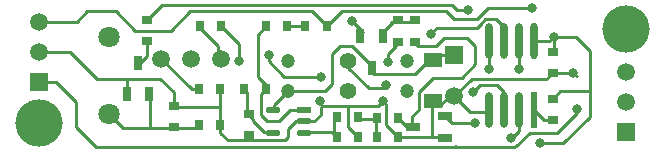
<source format=gbl>
%FSTAX24Y24*%
%MOIN*%
G70*
G01*
G75*
G04 Layer_Physical_Order=2*
G04 Layer_Color=16711680*
%ADD10R,0.0374X0.0315*%
%ADD11R,0.0807X0.0886*%
%ADD12R,0.0492X0.0630*%
%ADD13R,0.0315X0.0374*%
%ADD14R,0.0472X0.0256*%
%ADD15R,0.0256X0.0472*%
%ADD16R,0.0630X0.0630*%
%ADD17O,0.0472X0.0217*%
%ADD18R,0.0472X0.0217*%
%ADD19C,0.0100*%
%ADD20C,0.0591*%
%ADD21R,0.0591X0.0591*%
%ADD22C,0.0472*%
%ADD23C,0.0551*%
%ADD24C,0.1575*%
%ADD25C,0.0709*%
%ADD26C,0.0320*%
%ADD27R,0.0630X0.0492*%
%ADD28O,0.0236X0.1204*%
%ADD29O,0.0236X0.1200*%
%ADD30R,0.0236X0.1200*%
D10*
X234455Y142246D02*
D03*
Y142954D02*
D03*
X241936Y1458D02*
D03*
Y145092D02*
D03*
X24249Y145804D02*
D03*
Y145096D02*
D03*
X236944Y142688D02*
D03*
Y141979D02*
D03*
X233575Y145824D02*
D03*
Y145116D02*
D03*
X247081Y144753D02*
D03*
Y144044D02*
D03*
X247081Y143188D02*
D03*
Y14248D02*
D03*
D13*
X23531Y145619D02*
D03*
X236019D02*
D03*
X236009Y1435D02*
D03*
X235301D02*
D03*
X235301Y1423D02*
D03*
X236009D02*
D03*
X239892Y142566D02*
D03*
X2406D02*
D03*
X241225Y142558D02*
D03*
X241934D02*
D03*
X239882Y141926D02*
D03*
X24059D02*
D03*
X241212D02*
D03*
X24192D02*
D03*
X237515Y143523D02*
D03*
X236806D02*
D03*
X239552Y1456D02*
D03*
X238843D02*
D03*
X237524D02*
D03*
X238233D02*
D03*
D14*
X243478Y141876D02*
D03*
Y142624D02*
D03*
X242433Y14225D02*
D03*
D15*
X232881Y143334D02*
D03*
X233629D02*
D03*
X233255Y144379D02*
D03*
X24142Y145268D02*
D03*
X240672D02*
D03*
X241046Y144223D02*
D03*
D17*
X238778Y142062D02*
D03*
Y142436D02*
D03*
X237744Y142062D02*
D03*
Y14281D02*
D03*
D18*
X238778Y14281D02*
D03*
D19*
X247081Y144064D02*
X247761D01*
X246873Y143856D02*
X247081Y144064D01*
X243075Y142941D02*
X243255Y143121D01*
X232901Y143288D02*
Y143831D01*
X23854Y14244D02*
X23914D01*
X236657Y141804D02*
X238176D01*
X244914Y14621D02*
X246423D01*
X230522Y143759D02*
X231197Y143085D01*
Y142265D02*
Y143085D01*
Y142265D02*
X231875Y141587D01*
X246668Y141701D02*
X24743D01*
X24249Y144D02*
X243135Y144645D01*
X241096Y144D02*
Y144248D01*
X240394Y14495D02*
X241096Y144248D01*
X248324Y142595D02*
Y143434D01*
X24743Y141701D02*
X248324Y142595D01*
X247854Y145265D02*
X248324Y144795D01*
Y143434D02*
Y144795D01*
X247131Y145265D02*
X247854D01*
X230989Y144759D02*
X231892Y143857D01*
X232875D01*
X229976Y143759D02*
X230522D01*
X231875Y141587D02*
X237208D01*
X229976Y144759D02*
X230989D01*
X229976Y145759D02*
X231214D01*
X231555Y1461D01*
X247879Y142836D02*
Y142952D01*
Y14272D02*
Y142836D01*
X247761Y144064D02*
X247767D01*
X24264Y14284D02*
Y143429D01*
X242395Y142595D02*
X24264Y14284D01*
X242395Y142288D02*
X242433Y14225D01*
X242395Y142288D02*
Y142595D01*
X243107Y143896D02*
X244046D01*
X24264Y143429D02*
X243107Y143896D01*
X243711Y142391D02*
X244493D01*
X243478Y142624D02*
X243711Y142391D01*
X243319Y142949D02*
X243637Y143267D01*
X243065Y141926D02*
X243428D01*
X24192D02*
X243065D01*
X243075Y141936D01*
Y142941D01*
X243428Y141926D02*
X243478Y141876D01*
X241934Y142558D02*
X242242Y14225D01*
X242433D01*
X234345Y14546D02*
X234985Y1461D01*
X233155Y14546D02*
X234345D01*
X232515Y1461D02*
X233155Y14546D01*
X231555Y1461D02*
X232515D01*
X236249Y141806D02*
X236655D01*
X236009Y142046D02*
X236249Y141806D01*
X236009Y142046D02*
Y1423D01*
X233555Y14222D02*
X235221D01*
X232745D02*
X233555D01*
X235221D02*
X235301Y1423D01*
X232875Y143857D02*
X233998D01*
X234455Y142954D02*
Y1434D01*
X233998Y143857D02*
X234455Y1434D01*
Y142954D02*
X234509Y1429D01*
X236009D01*
Y1435D01*
Y1423D02*
Y1429D01*
X236009Y1435D02*
X236009Y1435D01*
X235061Y1435D02*
X235301D01*
X234041Y14452D02*
X235061Y1435D01*
X232875Y143857D02*
X232901Y143831D01*
X233649Y14222D02*
Y143288D01*
X233275Y144332D02*
X233575Y144632D01*
Y145116D01*
X234985Y1461D02*
X239052D01*
X234076Y146325D02*
X243725D01*
X233575Y145824D02*
X234076Y146325D01*
X232288Y142676D02*
X232745Y14222D01*
X236655Y141806D02*
X236657Y141804D01*
X238272Y1419D02*
Y142172D01*
X238176Y141804D02*
X238272Y1419D01*
X237208Y141587D02*
X237208Y141587D01*
X239052Y1461D02*
X239552Y1456D01*
X237208Y141587D02*
X243842D01*
X243855Y1416D01*
X240255Y142261D02*
Y142955D01*
X241258D01*
X239398D02*
X240255D01*
Y142261D02*
X24059Y141926D01*
X241533Y142314D02*
X24192Y141926D01*
X241533Y142314D02*
Y143007D01*
X241427Y143113D02*
X241533Y143007D01*
X243866Y141589D02*
X245823D01*
X243855Y1416D02*
X243866Y141589D01*
X245823D02*
X245834Y1416D01*
X245868D01*
X246324Y142056D01*
X247215D02*
X247879Y14272D01*
X246324Y142056D02*
X247215D01*
X241096Y144D02*
X24249D01*
X23591Y144641D02*
X236031Y14452D01*
X23591Y144641D02*
Y144951D01*
X239726Y143686D02*
Y144681D01*
X239496Y143456D02*
X239726Y143686D01*
X238263Y143456D02*
X239496D01*
X239726Y144681D02*
X239995Y14495D01*
X237466Y142066D02*
X23778D01*
X237091Y142441D02*
X237466Y142066D01*
X237091Y142441D02*
Y142531D01*
X236906Y142716D02*
X237091Y142531D01*
X236906Y142716D02*
Y143423D01*
X236806Y143523D02*
X236906Y143423D01*
X237973Y142456D02*
X238332Y142814D01*
X237544Y142456D02*
X237973D01*
X237356Y142644D02*
X237544Y142456D01*
X239806Y141989D02*
X239867Y141928D01*
X239806Y141989D02*
Y14248D01*
X239892Y142566D01*
X2406D02*
X24064Y142526D01*
X241186Y142647D02*
X241307Y142526D01*
X24064D02*
X241307D01*
X241589Y144409D02*
Y144689D01*
X241856Y144956D01*
X241806D02*
Y14503D01*
X241874Y145098D01*
X239552Y1456D02*
X240066Y146114D01*
X243725Y146325D02*
X243899Y146151D01*
X244389Y143856D02*
X246873D01*
X2438Y143267D02*
X244389Y143856D01*
X245226Y143636D02*
X245454Y143409D01*
X244656Y143636D02*
X245226D01*
X244436Y143416D02*
X244656Y143636D01*
X243637Y143267D02*
X2438D01*
X237356Y143364D02*
X237515Y143523D01*
X237356Y142644D02*
Y143364D01*
X244436Y143356D02*
Y143416D01*
X241536Y143557D02*
Y143646D01*
Y143557D02*
X24156Y143533D01*
X240408Y145767D02*
X240752Y145423D01*
X240369Y145767D02*
X240408D01*
X242633Y14495D02*
X24318D01*
X243445Y145216D02*
X244237D01*
X24318Y14495D02*
X243445Y145216D01*
X242484Y145048D02*
X242583Y14495D01*
X239995D02*
X240394D01*
X23778Y142974D02*
X238263Y143456D01*
X23778Y142814D02*
Y142974D01*
X244493Y144343D02*
Y14496D01*
X244046Y143896D02*
X244493Y144343D01*
X244545Y145841D02*
X244914Y14621D01*
X243899Y146151D02*
X244267D01*
X241922Y145757D02*
X242543D01*
X241915Y14575D02*
X241922Y145757D01*
X24145Y14545D02*
X24175Y14575D01*
X2417D02*
X241915D01*
X236019Y145619D02*
X236629Y145009D01*
Y144438D02*
Y145009D01*
X237515Y143523D02*
Y143635D01*
X23725Y1439D02*
X237515Y143635D01*
X23725Y1439D02*
Y145325D01*
X237524Y1456D01*
X238133Y143917D02*
X239355D01*
X237613Y144437D02*
X238133Y143917D01*
X237613Y144437D02*
Y144645D01*
X239365Y142665D02*
Y142922D01*
X23914Y14244D02*
X239365Y142665D01*
X238272Y142172D02*
X23854Y14244D01*
X246454Y145106D02*
X246972D01*
X247131Y145265D01*
X246668Y141701D02*
X246669Y141702D01*
X247767Y144064D02*
X247879Y143952D01*
X247328Y143434D02*
X248324D01*
X24678Y14248D02*
X247081D01*
X246454Y142806D02*
X24678Y14248D01*
X245954Y14408D02*
Y145106D01*
X239729Y142066D02*
X239867Y141928D01*
X238815Y142066D02*
X239729D01*
X241186Y141928D02*
Y142647D01*
X23531Y145551D02*
Y145619D01*
Y145551D02*
X23591Y144951D01*
X244316Y142751D02*
X244899D01*
X244954Y142806D01*
X245454D02*
Y143409D01*
X232101Y142489D02*
X232288Y142676D01*
X245454Y145106D02*
Y145594D01*
X244685Y145699D02*
X244842Y145856D01*
X244685Y145694D02*
Y145699D01*
X245191Y145856D02*
X245454Y145594D01*
X244842Y145856D02*
X245191D01*
X243053Y1454D02*
X243213Y14556D01*
X245954Y142109D02*
Y142806D01*
X245743Y141899D02*
X245954Y142109D01*
X245694Y141899D02*
X245743D01*
X238233Y1456D02*
X238843D01*
X238332Y142814D02*
X238815D01*
X244954Y14418D02*
Y145106D01*
X244237Y145216D02*
X244493Y14496D01*
X243135Y144645D02*
X2438D01*
X247131Y144773D02*
Y145265D01*
X2438Y143267D02*
X244316Y142751D01*
X239365Y142922D02*
X239398Y142955D01*
X241258D02*
X241415Y143113D01*
X241427D01*
X246423Y14621D02*
Y146229D01*
X24025Y144232D02*
Y144456D01*
Y144232D02*
X24095Y143533D01*
X24156D01*
X244552Y14556D02*
X244685Y145694D01*
X243213Y14556D02*
X244552D01*
X240066Y146114D02*
X243533D01*
X243806Y145841D02*
X244545D01*
X243533Y146114D02*
X243806Y145841D01*
X247081Y143188D02*
X247328Y143434D01*
D20*
X249532Y144077D02*
D03*
Y143077D02*
D03*
X229976Y144759D02*
D03*
Y145759D02*
D03*
X2438Y143267D02*
D03*
X235036Y14452D02*
D03*
X234041D02*
D03*
X236031D02*
D03*
D21*
X249532Y142077D02*
D03*
X229976Y143759D02*
D03*
X2438Y144645D02*
D03*
D22*
X242229Y144456D02*
D03*
Y143456D02*
D03*
X238263Y144456D02*
D03*
Y143456D02*
D03*
D23*
X24025Y143456D02*
D03*
Y144456D02*
D03*
D24*
X249532Y145531D02*
D03*
X229976Y142381D02*
D03*
D25*
X232288Y142676D02*
D03*
Y145235D02*
D03*
D26*
X247879Y142836D02*
D03*
X247761Y144064D02*
D03*
X246406Y146206D02*
D03*
X245954Y144166D02*
D03*
X244954D02*
D03*
X239316Y143106D02*
D03*
X244436Y143416D02*
D03*
X241536Y143646D02*
D03*
X240409Y145797D02*
D03*
X243016Y145334D02*
D03*
X247131Y145265D02*
D03*
X246669Y141702D02*
D03*
X236629Y144438D02*
D03*
X239355Y143917D02*
D03*
X237613Y144645D02*
D03*
X245694Y141899D02*
D03*
X244493Y142391D02*
D03*
X241427Y143113D02*
D03*
X244267Y146151D02*
D03*
X241589Y144409D02*
D03*
D27*
X243105Y144479D02*
D03*
Y143121D02*
D03*
D28*
X246454Y145106D02*
D03*
D29*
X244954D02*
D03*
X245954Y142806D02*
D03*
X245454D02*
D03*
X244954D02*
D03*
X245954Y145106D02*
D03*
X245454D02*
D03*
D30*
X246454Y142806D02*
D03*
M02*

</source>
